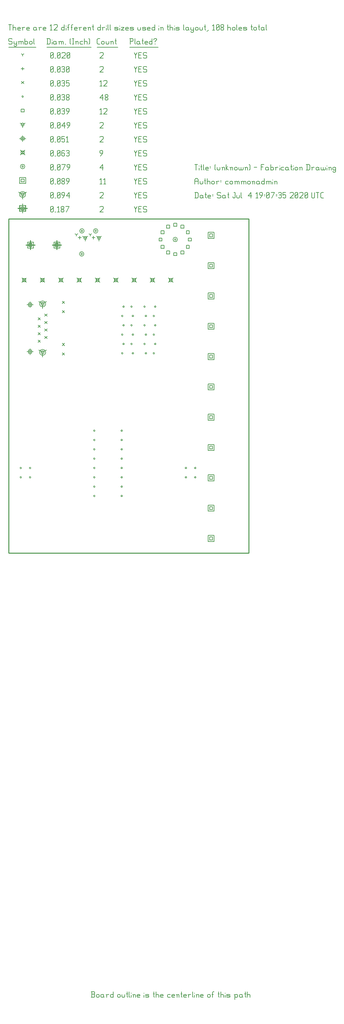
<source format=gbr>
G04 start of page 17 for group -3984 idx -3984 *
G04 Title: (unknown), fab *
G04 Creator: pcb 4.2.0 *
G04 CreationDate: Sat Jul  4 19:07:35 2020 UTC *
G04 For: commonadmin *
G04 Format: Gerber/RS-274X *
G04 PCB-Dimensions (mil): 3500.00 8250.00 *
G04 PCB-Coordinate-Origin: lower left *
%MOIN*%
%FSLAX25Y25*%
%LNFAB*%
%ADD213C,0.0100*%
%ADD212C,0.0075*%
%ADD211C,0.0060*%
%ADD210R,0.0080X0.0080*%
G54D210*X23500Y801800D02*Y792200D01*
X18700Y797000D02*X28300D01*
X21900Y798600D02*X25100D01*
X21900D02*Y795400D01*
X25100D01*
Y798600D02*Y795400D01*
X20300Y800200D02*X26700D01*
X20300D02*Y793800D01*
X26700D01*
Y800200D02*Y793800D01*
X51846Y801800D02*Y792200D01*
X47046Y797000D02*X56646D01*
X50246Y798600D02*X53446D01*
X50246D02*Y795400D01*
X53446D01*
Y798600D02*Y795400D01*
X48646Y800200D02*X55046D01*
X48646D02*Y793800D01*
X55046D01*
Y800200D02*Y793800D01*
X15000Y841050D02*Y831450D01*
X10200Y836250D02*X19800D01*
X13400Y837850D02*X16600D01*
X13400D02*Y834650D01*
X16600D01*
Y837850D02*Y834650D01*
X11800Y839450D02*X18200D01*
X11800D02*Y833050D01*
X18200D01*
Y839450D02*Y833050D01*
G54D211*X135000Y838500D02*X136500Y835500D01*
X138000Y838500D01*
X136500Y835500D02*Y832500D01*
X139800Y835800D02*X142050D01*
X139800Y832500D02*X142800D01*
X139800Y838500D02*Y832500D01*
Y838500D02*X142800D01*
X147600D02*X148350Y837750D01*
X145350Y838500D02*X147600D01*
X144600Y837750D02*X145350Y838500D01*
X144600Y837750D02*Y836250D01*
X145350Y835500D01*
X147600D01*
X148350Y834750D01*
Y833250D01*
X147600Y832500D02*X148350Y833250D01*
X145350Y832500D02*X147600D01*
X144600Y833250D02*X145350Y832500D01*
X98000Y837750D02*X98750Y838500D01*
X101000D01*
X101750Y837750D01*
Y836250D01*
X98000Y832500D02*X101750Y836250D01*
X98000Y832500D02*X101750D01*
X45000Y833250D02*X45750Y832500D01*
X45000Y837750D02*Y833250D01*
Y837750D02*X45750Y838500D01*
X47250D01*
X48000Y837750D01*
Y833250D01*
X47250Y832500D02*X48000Y833250D01*
X45750Y832500D02*X47250D01*
X45000Y834000D02*X48000Y837000D01*
X49800Y832500D02*X50550D01*
X52350Y837300D02*X53550Y838500D01*
Y832500D01*
X52350D02*X54600D01*
X56400Y833250D02*X57150Y832500D01*
X56400Y834450D02*Y833250D01*
Y834450D02*X57450Y835500D01*
X58350D01*
X59400Y834450D01*
Y833250D01*
X58650Y832500D02*X59400Y833250D01*
X57150Y832500D02*X58650D01*
X56400Y836550D02*X57450Y835500D01*
X56400Y837750D02*Y836550D01*
Y837750D02*X57150Y838500D01*
X58650D01*
X59400Y837750D01*
Y836550D01*
X58350Y835500D02*X59400Y836550D01*
X61950Y832500D02*X64950Y838500D01*
X61200D02*X64950D01*
X36500Y682000D02*Y677200D01*
Y682000D02*X40660Y684400D01*
X36500Y682000D02*X32340Y684400D01*
X34900Y682000D02*G75*G03X38100Y682000I1600J0D01*G01*
G75*G03X34900Y682000I-1600J0D01*G01*
X33300D02*G75*G03X39700Y682000I3200J0D01*G01*
G75*G03X33300Y682000I-3200J0D01*G01*
X36500Y733969D02*Y729169D01*
Y733969D02*X40660Y736369D01*
X36500Y733969D02*X32340Y736369D01*
X34900Y733969D02*G75*G03X38100Y733969I1600J0D01*G01*
G75*G03X34900Y733969I-1600J0D01*G01*
X33300D02*G75*G03X39700Y733969I3200J0D01*G01*
G75*G03X33300Y733969I-3200J0D01*G01*
X15000Y851250D02*Y846450D01*
Y851250D02*X19160Y853650D01*
X15000Y851250D02*X10840Y853650D01*
X13400Y851250D02*G75*G03X16600Y851250I1600J0D01*G01*
G75*G03X13400Y851250I-1600J0D01*G01*
X11800D02*G75*G03X18200Y851250I3200J0D01*G01*
G75*G03X11800Y851250I-3200J0D01*G01*
X135000Y853500D02*X136500Y850500D01*
X138000Y853500D01*
X136500Y850500D02*Y847500D01*
X139800Y850800D02*X142050D01*
X139800Y847500D02*X142800D01*
X139800Y853500D02*Y847500D01*
Y853500D02*X142800D01*
X147600D02*X148350Y852750D01*
X145350Y853500D02*X147600D01*
X144600Y852750D02*X145350Y853500D01*
X144600Y852750D02*Y851250D01*
X145350Y850500D01*
X147600D01*
X148350Y849750D01*
Y848250D01*
X147600Y847500D02*X148350Y848250D01*
X145350Y847500D02*X147600D01*
X144600Y848250D02*X145350Y847500D01*
X98000Y852750D02*X98750Y853500D01*
X101000D01*
X101750Y852750D01*
Y851250D01*
X98000Y847500D02*X101750Y851250D01*
X98000Y847500D02*X101750D01*
X45000Y848250D02*X45750Y847500D01*
X45000Y852750D02*Y848250D01*
Y852750D02*X45750Y853500D01*
X47250D01*
X48000Y852750D01*
Y848250D01*
X47250Y847500D02*X48000Y848250D01*
X45750Y847500D02*X47250D01*
X45000Y849000D02*X48000Y852000D01*
X49800Y847500D02*X50550D01*
X52350Y848250D02*X53100Y847500D01*
X52350Y852750D02*Y848250D01*
Y852750D02*X53100Y853500D01*
X54600D01*
X55350Y852750D01*
Y848250D01*
X54600Y847500D02*X55350Y848250D01*
X53100Y847500D02*X54600D01*
X52350Y849000D02*X55350Y852000D01*
X57900Y847500D02*X60150Y850500D01*
Y852750D02*Y850500D01*
X59400Y853500D02*X60150Y852750D01*
X57900Y853500D02*X59400D01*
X57150Y852750D02*X57900Y853500D01*
X57150Y852750D02*Y851250D01*
X57900Y850500D01*
X60150D01*
X61950Y849750D02*X64950Y853500D01*
X61950Y849750D02*X65700D01*
X64950Y853500D02*Y847500D01*
X215900Y484100D02*X219100D01*
X215900D02*Y480900D01*
X219100D01*
Y484100D02*Y480900D01*
X214300Y485700D02*X220700D01*
X214300D02*Y479300D01*
X220700D01*
Y485700D02*Y479300D01*
X215900Y516600D02*X219100D01*
X215900D02*Y513400D01*
X219100D01*
Y516600D02*Y513400D01*
X214300Y518200D02*X220700D01*
X214300D02*Y511800D01*
X220700D01*
Y518200D02*Y511800D01*
X215900Y809100D02*X219100D01*
X215900D02*Y805900D01*
X219100D01*
Y809100D02*Y805900D01*
X214300Y810700D02*X220700D01*
X214300D02*Y804300D01*
X220700D01*
Y810700D02*Y804300D01*
X215900Y776600D02*X219100D01*
X215900D02*Y773400D01*
X219100D01*
Y776600D02*Y773400D01*
X214300Y778200D02*X220700D01*
X214300D02*Y771800D01*
X220700D01*
Y778200D02*Y771800D01*
X215900Y744100D02*X219100D01*
X215900D02*Y740900D01*
X219100D01*
Y744100D02*Y740900D01*
X214300Y745700D02*X220700D01*
X214300D02*Y739300D01*
X220700D01*
Y745700D02*Y739300D01*
X215900Y711600D02*X219100D01*
X215900D02*Y708400D01*
X219100D01*
Y711600D02*Y708400D01*
X214300Y713200D02*X220700D01*
X214300D02*Y706800D01*
X220700D01*
Y713200D02*Y706800D01*
X215900Y679100D02*X219100D01*
X215900D02*Y675900D01*
X219100D01*
Y679100D02*Y675900D01*
X214300Y680700D02*X220700D01*
X214300D02*Y674300D01*
X220700D01*
Y680700D02*Y674300D01*
X215900Y646600D02*X219100D01*
X215900D02*Y643400D01*
X219100D01*
Y646600D02*Y643400D01*
X214300Y648200D02*X220700D01*
X214300D02*Y641800D01*
X220700D01*
Y648200D02*Y641800D01*
X215900Y614100D02*X219100D01*
X215900D02*Y610900D01*
X219100D01*
Y614100D02*Y610900D01*
X214300Y615700D02*X220700D01*
X214300D02*Y609300D01*
X220700D01*
Y615700D02*Y609300D01*
X215900Y581600D02*X219100D01*
X215900D02*Y578400D01*
X219100D01*
Y581600D02*Y578400D01*
X214300Y583200D02*X220700D01*
X214300D02*Y576800D01*
X220700D01*
Y583200D02*Y576800D01*
X215900Y549100D02*X219100D01*
X215900D02*Y545900D01*
X219100D01*
Y549100D02*Y545900D01*
X214300Y550700D02*X220700D01*
X214300D02*Y544300D01*
X220700D01*
Y550700D02*Y544300D01*
X13400Y867850D02*X16600D01*
X13400D02*Y864650D01*
X16600D01*
Y867850D02*Y864650D01*
X11800Y869450D02*X18200D01*
X11800D02*Y863050D01*
X18200D01*
Y869450D02*Y863050D01*
X135000Y868500D02*X136500Y865500D01*
X138000Y868500D01*
X136500Y865500D02*Y862500D01*
X139800Y865800D02*X142050D01*
X139800Y862500D02*X142800D01*
X139800Y868500D02*Y862500D01*
Y868500D02*X142800D01*
X147600D02*X148350Y867750D01*
X145350Y868500D02*X147600D01*
X144600Y867750D02*X145350Y868500D01*
X144600Y867750D02*Y866250D01*
X145350Y865500D01*
X147600D01*
X148350Y864750D01*
Y863250D01*
X147600Y862500D02*X148350Y863250D01*
X145350Y862500D02*X147600D01*
X144600Y863250D02*X145350Y862500D01*
X98000Y867300D02*X99200Y868500D01*
Y862500D01*
X98000D02*X100250D01*
X102050Y867300D02*X103250Y868500D01*
Y862500D01*
X102050D02*X104300D01*
X45000Y863250D02*X45750Y862500D01*
X45000Y867750D02*Y863250D01*
Y867750D02*X45750Y868500D01*
X47250D01*
X48000Y867750D01*
Y863250D01*
X47250Y862500D02*X48000Y863250D01*
X45750Y862500D02*X47250D01*
X45000Y864000D02*X48000Y867000D01*
X49800Y862500D02*X50550D01*
X52350Y863250D02*X53100Y862500D01*
X52350Y867750D02*Y863250D01*
Y867750D02*X53100Y868500D01*
X54600D01*
X55350Y867750D01*
Y863250D01*
X54600Y862500D02*X55350Y863250D01*
X53100Y862500D02*X54600D01*
X52350Y864000D02*X55350Y867000D01*
X57150Y863250D02*X57900Y862500D01*
X57150Y864450D02*Y863250D01*
Y864450D02*X58200Y865500D01*
X59100D01*
X60150Y864450D01*
Y863250D01*
X59400Y862500D02*X60150Y863250D01*
X57900Y862500D02*X59400D01*
X57150Y866550D02*X58200Y865500D01*
X57150Y867750D02*Y866550D01*
Y867750D02*X57900Y868500D01*
X59400D01*
X60150Y867750D01*
Y866550D01*
X59100Y865500D02*X60150Y866550D01*
X62700Y862500D02*X64950Y865500D01*
Y867750D02*Y865500D01*
X64200Y868500D02*X64950Y867750D01*
X62700Y868500D02*X64200D01*
X61950Y867750D02*X62700Y868500D01*
X61950Y867750D02*Y866250D01*
X62700Y865500D01*
X64950D01*
X178200Y803000D02*G75*G03X179800Y803000I800J0D01*G01*
G75*G03X178200Y803000I-800J0D01*G01*
X176600D02*G75*G03X181400Y803000I2400J0D01*G01*
G75*G03X176600Y803000I-2400J0D01*G01*
X77700Y787500D02*G75*G03X79300Y787500I800J0D01*G01*
G75*G03X77700Y787500I-800J0D01*G01*
X76100D02*G75*G03X80900Y787500I2400J0D01*G01*
G75*G03X76100Y787500I-2400J0D01*G01*
X77940Y812205D02*G75*G03X79540Y812205I800J0D01*G01*
G75*G03X77940Y812205I-800J0D01*G01*
X76340D02*G75*G03X81140Y812205I2400J0D01*G01*
G75*G03X76340Y812205I-2400J0D01*G01*
X92704D02*G75*G03X94304Y812205I800J0D01*G01*
G75*G03X92704Y812205I-800J0D01*G01*
X91104D02*G75*G03X95904Y812205I2400J0D01*G01*
G75*G03X91104Y812205I-2400J0D01*G01*
X14200Y881250D02*G75*G03X15800Y881250I800J0D01*G01*
G75*G03X14200Y881250I-800J0D01*G01*
X12600D02*G75*G03X17400Y881250I2400J0D01*G01*
G75*G03X12600Y881250I-2400J0D01*G01*
X135000Y883500D02*X136500Y880500D01*
X138000Y883500D01*
X136500Y880500D02*Y877500D01*
X139800Y880800D02*X142050D01*
X139800Y877500D02*X142800D01*
X139800Y883500D02*Y877500D01*
Y883500D02*X142800D01*
X147600D02*X148350Y882750D01*
X145350Y883500D02*X147600D01*
X144600Y882750D02*X145350Y883500D01*
X144600Y882750D02*Y881250D01*
X145350Y880500D01*
X147600D01*
X148350Y879750D01*
Y878250D01*
X147600Y877500D02*X148350Y878250D01*
X145350Y877500D02*X147600D01*
X144600Y878250D02*X145350Y877500D01*
X98000Y879750D02*X101000Y883500D01*
X98000Y879750D02*X101750D01*
X101000Y883500D02*Y877500D01*
X45000Y878250D02*X45750Y877500D01*
X45000Y882750D02*Y878250D01*
Y882750D02*X45750Y883500D01*
X47250D01*
X48000Y882750D01*
Y878250D01*
X47250Y877500D02*X48000Y878250D01*
X45750Y877500D02*X47250D01*
X45000Y879000D02*X48000Y882000D01*
X49800Y877500D02*X50550D01*
X52350Y878250D02*X53100Y877500D01*
X52350Y882750D02*Y878250D01*
Y882750D02*X53100Y883500D01*
X54600D01*
X55350Y882750D01*
Y878250D01*
X54600Y877500D02*X55350Y878250D01*
X53100Y877500D02*X54600D01*
X52350Y879000D02*X55350Y882000D01*
X57900Y877500D02*X60900Y883500D01*
X57150D02*X60900D01*
X63450Y877500D02*X65700Y880500D01*
Y882750D02*Y880500D01*
X64950Y883500D02*X65700Y882750D01*
X63450Y883500D02*X64950D01*
X62700Y882750D02*X63450Y883500D01*
X62700Y882750D02*Y881250D01*
X63450Y880500D01*
X65700D01*
X14360Y761900D02*X19160Y757100D01*
X14360D02*X19160Y761900D01*
X15160Y761100D02*X18360D01*
X15160D02*Y757900D01*
X18360D01*
Y761100D02*Y757900D01*
X34045Y761900D02*X38845Y757100D01*
X34045D02*X38845Y761900D01*
X34845Y761100D02*X38045D01*
X34845D02*Y757900D01*
X38045D01*
Y761100D02*Y757900D01*
X53730Y761900D02*X58530Y757100D01*
X53730D02*X58530Y761900D01*
X54530Y761100D02*X57730D01*
X54530D02*Y757900D01*
X57730D01*
Y761100D02*Y757900D01*
X73415Y761900D02*X78215Y757100D01*
X73415D02*X78215Y761900D01*
X74215Y761100D02*X77415D01*
X74215D02*Y757900D01*
X77415D01*
Y761100D02*Y757900D01*
X93100Y761900D02*X97900Y757100D01*
X93100D02*X97900Y761900D01*
X93900Y761100D02*X97100D01*
X93900D02*Y757900D01*
X97100D01*
Y761100D02*Y757900D01*
X112785Y761900D02*X117585Y757100D01*
X112785D02*X117585Y761900D01*
X113585Y761100D02*X116785D01*
X113585D02*Y757900D01*
X116785D01*
Y761100D02*Y757900D01*
X132470Y761900D02*X137270Y757100D01*
X132470D02*X137270Y761900D01*
X133270Y761100D02*X136470D01*
X133270D02*Y757900D01*
X136470D01*
Y761100D02*Y757900D01*
X152155Y761900D02*X156955Y757100D01*
X152155D02*X156955Y761900D01*
X152955Y761100D02*X156155D01*
X152955D02*Y757900D01*
X156155D01*
Y761100D02*Y757900D01*
X171840Y761900D02*X176640Y757100D01*
X171840D02*X176640Y761900D01*
X172640Y761100D02*X175840D01*
X172640D02*Y757900D01*
X175840D01*
Y761100D02*Y757900D01*
X12600Y898650D02*X17400Y893850D01*
X12600D02*X17400Y898650D01*
X13400Y897850D02*X16600D01*
X13400D02*Y894650D01*
X16600D01*
Y897850D02*Y894650D01*
X135000Y898500D02*X136500Y895500D01*
X138000Y898500D01*
X136500Y895500D02*Y892500D01*
X139800Y895800D02*X142050D01*
X139800Y892500D02*X142800D01*
X139800Y898500D02*Y892500D01*
Y898500D02*X142800D01*
X147600D02*X148350Y897750D01*
X145350Y898500D02*X147600D01*
X144600Y897750D02*X145350Y898500D01*
X144600Y897750D02*Y896250D01*
X145350Y895500D01*
X147600D01*
X148350Y894750D01*
Y893250D01*
X147600Y892500D02*X148350Y893250D01*
X145350Y892500D02*X147600D01*
X144600Y893250D02*X145350Y892500D01*
X98750D02*X101000Y895500D01*
Y897750D02*Y895500D01*
X100250Y898500D02*X101000Y897750D01*
X98750Y898500D02*X100250D01*
X98000Y897750D02*X98750Y898500D01*
X98000Y897750D02*Y896250D01*
X98750Y895500D01*
X101000D01*
X45000Y893250D02*X45750Y892500D01*
X45000Y897750D02*Y893250D01*
Y897750D02*X45750Y898500D01*
X47250D01*
X48000Y897750D01*
Y893250D01*
X47250Y892500D02*X48000Y893250D01*
X45750Y892500D02*X47250D01*
X45000Y894000D02*X48000Y897000D01*
X49800Y892500D02*X50550D01*
X52350Y893250D02*X53100Y892500D01*
X52350Y897750D02*Y893250D01*
Y897750D02*X53100Y898500D01*
X54600D01*
X55350Y897750D01*
Y893250D01*
X54600Y892500D02*X55350Y893250D01*
X53100Y892500D02*X54600D01*
X52350Y894000D02*X55350Y897000D01*
X59400Y898500D02*X60150Y897750D01*
X57900Y898500D02*X59400D01*
X57150Y897750D02*X57900Y898500D01*
X57150Y897750D02*Y893250D01*
X57900Y892500D01*
X59400Y895800D02*X60150Y895050D01*
X57150Y895800D02*X59400D01*
X57900Y892500D02*X59400D01*
X60150Y893250D01*
Y895050D02*Y893250D01*
X61950Y897750D02*X62700Y898500D01*
X64200D01*
X64950Y897750D01*
X64200Y892500D02*X64950Y893250D01*
X62700Y892500D02*X64200D01*
X61950Y893250D02*X62700Y892500D01*
Y895800D02*X64200D01*
X64950Y897750D02*Y896550D01*
Y895050D02*Y893250D01*
Y895050D02*X64200Y895800D01*
X64950Y896550D02*X64200Y895800D01*
X22996Y736381D02*Y729981D01*
X19796Y733181D02*X26196D01*
X21396Y734781D02*X24596D01*
X21396D02*Y731581D01*
X24596D01*
Y734781D02*Y731581D01*
X22996Y685987D02*Y679587D01*
X19796Y682787D02*X26196D01*
X21396Y684387D02*X24596D01*
X21396D02*Y681187D01*
X24596D01*
Y684387D02*Y681187D01*
X15000Y914450D02*Y908050D01*
X11800Y911250D02*X18200D01*
X13400Y912850D02*X16600D01*
X13400D02*Y909650D01*
X16600D01*
Y912850D02*Y909650D01*
X135000Y913500D02*X136500Y910500D01*
X138000Y913500D01*
X136500Y910500D02*Y907500D01*
X139800Y910800D02*X142050D01*
X139800Y907500D02*X142800D01*
X139800Y913500D02*Y907500D01*
Y913500D02*X142800D01*
X147600D02*X148350Y912750D01*
X145350Y913500D02*X147600D01*
X144600Y912750D02*X145350Y913500D01*
X144600Y912750D02*Y911250D01*
X145350Y910500D01*
X147600D01*
X148350Y909750D01*
Y908250D01*
X147600Y907500D02*X148350Y908250D01*
X145350Y907500D02*X147600D01*
X144600Y908250D02*X145350Y907500D01*
X98000Y912750D02*X98750Y913500D01*
X101000D01*
X101750Y912750D01*
Y911250D01*
X98000Y907500D02*X101750Y911250D01*
X98000Y907500D02*X101750D01*
X45000Y908250D02*X45750Y907500D01*
X45000Y912750D02*Y908250D01*
Y912750D02*X45750Y913500D01*
X47250D01*
X48000Y912750D01*
Y908250D01*
X47250Y907500D02*X48000Y908250D01*
X45750Y907500D02*X47250D01*
X45000Y909000D02*X48000Y912000D01*
X49800Y907500D02*X50550D01*
X52350Y908250D02*X53100Y907500D01*
X52350Y912750D02*Y908250D01*
Y912750D02*X53100Y913500D01*
X54600D01*
X55350Y912750D01*
Y908250D01*
X54600Y907500D02*X55350Y908250D01*
X53100Y907500D02*X54600D01*
X52350Y909000D02*X55350Y912000D01*
X57150Y913500D02*X60150D01*
X57150D02*Y910500D01*
X57900Y911250D01*
X59400D01*
X60150Y910500D01*
Y908250D01*
X59400Y907500D02*X60150Y908250D01*
X57900Y907500D02*X59400D01*
X57150Y908250D02*X57900Y907500D01*
X61950Y912300D02*X63150Y913500D01*
Y907500D01*
X61950D02*X64200D01*
X82283Y804724D02*Y801524D01*
Y804724D02*X85057Y806324D01*
X82283Y804724D02*X79510Y806324D01*
X80683Y804724D02*G75*G03X83883Y804724I1600J0D01*G01*
G75*G03X80683Y804724I-1600J0D01*G01*
X97047D02*Y801524D01*
Y804724D02*X99821Y806324D01*
X97047Y804724D02*X94274Y806324D01*
X95447Y804724D02*G75*G03X98647Y804724I1600J0D01*G01*
G75*G03X95447Y804724I-1600J0D01*G01*
X15000Y926250D02*Y923050D01*
Y926250D02*X17773Y927850D01*
X15000Y926250D02*X12227Y927850D01*
X13400Y926250D02*G75*G03X16600Y926250I1600J0D01*G01*
G75*G03X13400Y926250I-1600J0D01*G01*
X135000Y928500D02*X136500Y925500D01*
X138000Y928500D01*
X136500Y925500D02*Y922500D01*
X139800Y925800D02*X142050D01*
X139800Y922500D02*X142800D01*
X139800Y928500D02*Y922500D01*
Y928500D02*X142800D01*
X147600D02*X148350Y927750D01*
X145350Y928500D02*X147600D01*
X144600Y927750D02*X145350Y928500D01*
X144600Y927750D02*Y926250D01*
X145350Y925500D01*
X147600D01*
X148350Y924750D01*
Y923250D01*
X147600Y922500D02*X148350Y923250D01*
X145350Y922500D02*X147600D01*
X144600Y923250D02*X145350Y922500D01*
X98000Y927750D02*X98750Y928500D01*
X101000D01*
X101750Y927750D01*
Y926250D01*
X98000Y922500D02*X101750Y926250D01*
X98000Y922500D02*X101750D01*
X45000Y923250D02*X45750Y922500D01*
X45000Y927750D02*Y923250D01*
Y927750D02*X45750Y928500D01*
X47250D01*
X48000Y927750D01*
Y923250D01*
X47250Y922500D02*X48000Y923250D01*
X45750Y922500D02*X47250D01*
X45000Y924000D02*X48000Y927000D01*
X49800Y922500D02*X50550D01*
X52350Y923250D02*X53100Y922500D01*
X52350Y927750D02*Y923250D01*
Y927750D02*X53100Y928500D01*
X54600D01*
X55350Y927750D01*
Y923250D01*
X54600Y922500D02*X55350Y923250D01*
X53100Y922500D02*X54600D01*
X52350Y924000D02*X55350Y927000D01*
X57150Y924750D02*X60150Y928500D01*
X57150Y924750D02*X60900D01*
X60150Y928500D02*Y922500D01*
X63450D02*X65700Y925500D01*
Y927750D02*Y925500D01*
X64950Y928500D02*X65700Y927750D01*
X63450Y928500D02*X64950D01*
X62700Y927750D02*X63450Y928500D01*
X62700Y927750D02*Y926250D01*
X63450Y925500D01*
X65700D01*
X193148Y804600D02*X196348D01*
X193148D02*Y801400D01*
X196348D01*
Y804600D02*Y801400D01*
X177400Y820348D02*X180600D01*
X177400D02*Y817148D01*
X180600D01*
Y820348D02*Y817148D01*
X161652Y804600D02*X164852D01*
X161652D02*Y801400D01*
X164852D01*
Y804600D02*Y801400D01*
X177400Y788852D02*X180600D01*
X177400D02*Y785652D01*
X180600D01*
Y788852D02*Y785652D01*
X163817Y796726D02*X167017D01*
X163817D02*Y793526D01*
X167017D01*
Y796726D02*Y793526D01*
X169723Y790820D02*X172923D01*
X169723D02*Y787620D01*
X172923D01*
Y790820D02*Y787620D01*
X190983Y796726D02*X194183D01*
X190983D02*Y793526D01*
X194183D01*
Y796726D02*Y793526D01*
X185077Y790820D02*X188277D01*
X185077D02*Y787620D01*
X188277D01*
Y790820D02*Y787620D01*
X190983Y812474D02*X194183D01*
X190983D02*Y809274D01*
X194183D01*
Y812474D02*Y809274D01*
X163817Y812474D02*X167017D01*
X163817D02*Y809274D01*
X167017D01*
Y812474D02*Y809274D01*
X185077Y818380D02*X188277D01*
X185077D02*Y815180D01*
X188277D01*
Y818380D02*Y815180D01*
X169723Y818380D02*X172923D01*
X169723D02*Y815180D01*
X172923D01*
Y818380D02*Y815180D01*
X13400Y942850D02*X16600D01*
X13400D02*Y939650D01*
X16600D01*
Y942850D02*Y939650D01*
X135000Y943500D02*X136500Y940500D01*
X138000Y943500D01*
X136500Y940500D02*Y937500D01*
X139800Y940800D02*X142050D01*
X139800Y937500D02*X142800D01*
X139800Y943500D02*Y937500D01*
Y943500D02*X142800D01*
X147600D02*X148350Y942750D01*
X145350Y943500D02*X147600D01*
X144600Y942750D02*X145350Y943500D01*
X144600Y942750D02*Y941250D01*
X145350Y940500D01*
X147600D01*
X148350Y939750D01*
Y938250D01*
X147600Y937500D02*X148350Y938250D01*
X145350Y937500D02*X147600D01*
X144600Y938250D02*X145350Y937500D01*
X98000Y942300D02*X99200Y943500D01*
Y937500D01*
X98000D02*X100250D01*
X102050Y942750D02*X102800Y943500D01*
X105050D01*
X105800Y942750D01*
Y941250D01*
X102050Y937500D02*X105800Y941250D01*
X102050Y937500D02*X105800D01*
X45000Y938250D02*X45750Y937500D01*
X45000Y942750D02*Y938250D01*
Y942750D02*X45750Y943500D01*
X47250D01*
X48000Y942750D01*
Y938250D01*
X47250Y937500D02*X48000Y938250D01*
X45750Y937500D02*X47250D01*
X45000Y939000D02*X48000Y942000D01*
X49800Y937500D02*X50550D01*
X52350Y938250D02*X53100Y937500D01*
X52350Y942750D02*Y938250D01*
Y942750D02*X53100Y943500D01*
X54600D01*
X55350Y942750D01*
Y938250D01*
X54600Y937500D02*X55350Y938250D01*
X53100Y937500D02*X54600D01*
X52350Y939000D02*X55350Y942000D01*
X57150Y942750D02*X57900Y943500D01*
X59400D01*
X60150Y942750D01*
X59400Y937500D02*X60150Y938250D01*
X57900Y937500D02*X59400D01*
X57150Y938250D02*X57900Y937500D01*
Y940800D02*X59400D01*
X60150Y942750D02*Y941550D01*
Y940050D02*Y938250D01*
Y940050D02*X59400Y940800D01*
X60150Y941550D02*X59400Y940800D01*
X62700Y937500D02*X64950Y940500D01*
Y942750D02*Y940500D01*
X64200Y943500D02*X64950Y942750D01*
X62700Y943500D02*X64200D01*
X61950Y942750D02*X62700Y943500D01*
X61950Y942750D02*Y941250D01*
X62700Y940500D01*
X64950D01*
X145200Y731000D02*G75*G03X146800Y731000I800J0D01*G01*
G75*G03X145200Y731000I-800J0D01*G01*
X156700D02*G75*G03X158300Y731000I800J0D01*G01*
G75*G03X156700Y731000I-800J0D01*G01*
X155200Y721000D02*G75*G03X156800Y721000I800J0D01*G01*
G75*G03X155200Y721000I-800J0D01*G01*
X146700D02*G75*G03X148300Y721000I800J0D01*G01*
G75*G03X146700Y721000I-800J0D01*G01*
X145200Y711000D02*G75*G03X146800Y711000I800J0D01*G01*
G75*G03X145200Y711000I-800J0D01*G01*
X146700Y701000D02*G75*G03X148300Y701000I800J0D01*G01*
G75*G03X146700Y701000I-800J0D01*G01*
X145200Y691000D02*G75*G03X146800Y691000I800J0D01*G01*
G75*G03X145200Y691000I-800J0D01*G01*
X146700Y681000D02*G75*G03X148300Y681000I800J0D01*G01*
G75*G03X146700Y681000I-800J0D01*G01*
X156700Y711000D02*G75*G03X158300Y711000I800J0D01*G01*
G75*G03X156700Y711000I-800J0D01*G01*
X155200Y701000D02*G75*G03X156800Y701000I800J0D01*G01*
G75*G03X155200Y701000I-800J0D01*G01*
X156700Y691000D02*G75*G03X158300Y691000I800J0D01*G01*
G75*G03X156700Y691000I-800J0D01*G01*
X155200Y681000D02*G75*G03X156800Y681000I800J0D01*G01*
G75*G03X155200Y681000I-800J0D01*G01*
X122700Y731000D02*G75*G03X124300Y731000I800J0D01*G01*
G75*G03X122700Y731000I-800J0D01*G01*
X121200Y721000D02*G75*G03X122800Y721000I800J0D01*G01*
G75*G03X121200Y721000I-800J0D01*G01*
X122700Y711000D02*G75*G03X124300Y711000I800J0D01*G01*
G75*G03X122700Y711000I-800J0D01*G01*
X121200Y701000D02*G75*G03X122800Y701000I800J0D01*G01*
G75*G03X121200Y701000I-800J0D01*G01*
X131200Y731000D02*G75*G03X132800Y731000I800J0D01*G01*
G75*G03X131200Y731000I-800J0D01*G01*
X132700Y721000D02*G75*G03X134300Y721000I800J0D01*G01*
G75*G03X132700Y721000I-800J0D01*G01*
X131200Y711000D02*G75*G03X132800Y711000I800J0D01*G01*
G75*G03X131200Y711000I-800J0D01*G01*
X132700Y701000D02*G75*G03X134300Y701000I800J0D01*G01*
G75*G03X132700Y701000I-800J0D01*G01*
X131200Y691000D02*G75*G03X132800Y691000I800J0D01*G01*
G75*G03X131200Y691000I-800J0D01*G01*
X122700D02*G75*G03X124300Y691000I800J0D01*G01*
G75*G03X122700Y691000I-800J0D01*G01*
X121200Y681000D02*G75*G03X122800Y681000I800J0D01*G01*
G75*G03X121200Y681000I-800J0D01*G01*
X132700D02*G75*G03X134300Y681000I800J0D01*G01*
G75*G03X132700Y681000I-800J0D01*G01*
X91200Y598000D02*G75*G03X92800Y598000I800J0D01*G01*
G75*G03X91200Y598000I-800J0D01*G01*
Y588000D02*G75*G03X92800Y588000I800J0D01*G01*
G75*G03X91200Y588000I-800J0D01*G01*
Y578000D02*G75*G03X92800Y578000I800J0D01*G01*
G75*G03X91200Y578000I-800J0D01*G01*
Y568000D02*G75*G03X92800Y568000I800J0D01*G01*
G75*G03X91200Y568000I-800J0D01*G01*
Y558000D02*G75*G03X92800Y558000I800J0D01*G01*
G75*G03X91200Y558000I-800J0D01*G01*
Y548000D02*G75*G03X92800Y548000I800J0D01*G01*
G75*G03X91200Y548000I-800J0D01*G01*
Y538000D02*G75*G03X92800Y538000I800J0D01*G01*
G75*G03X91200Y538000I-800J0D01*G01*
Y528000D02*G75*G03X92800Y528000I800J0D01*G01*
G75*G03X91200Y528000I-800J0D01*G01*
X120700Y598000D02*G75*G03X122300Y598000I800J0D01*G01*
G75*G03X120700Y598000I-800J0D01*G01*
Y588000D02*G75*G03X122300Y588000I800J0D01*G01*
G75*G03X120700Y588000I-800J0D01*G01*
Y578000D02*G75*G03X122300Y578000I800J0D01*G01*
G75*G03X120700Y578000I-800J0D01*G01*
Y568000D02*G75*G03X122300Y568000I800J0D01*G01*
G75*G03X120700Y568000I-800J0D01*G01*
Y558000D02*G75*G03X122300Y558000I800J0D01*G01*
G75*G03X120700Y558000I-800J0D01*G01*
Y548000D02*G75*G03X122300Y548000I800J0D01*G01*
G75*G03X120700Y548000I-800J0D01*G01*
Y538000D02*G75*G03X122300Y538000I800J0D01*G01*
G75*G03X120700Y538000I-800J0D01*G01*
Y528000D02*G75*G03X122300Y528000I800J0D01*G01*
G75*G03X120700Y528000I-800J0D01*G01*
X12200Y558000D02*G75*G03X13800Y558000I800J0D01*G01*
G75*G03X12200Y558000I-800J0D01*G01*
Y548000D02*G75*G03X13800Y548000I800J0D01*G01*
G75*G03X12200Y548000I-800J0D01*G01*
X22200D02*G75*G03X23800Y548000I800J0D01*G01*
G75*G03X22200Y548000I-800J0D01*G01*
Y558000D02*G75*G03X23800Y558000I800J0D01*G01*
G75*G03X22200Y558000I-800J0D01*G01*
X189700D02*G75*G03X191300Y558000I800J0D01*G01*
G75*G03X189700Y558000I-800J0D01*G01*
Y548000D02*G75*G03X191300Y548000I800J0D01*G01*
G75*G03X189700Y548000I-800J0D01*G01*
X199700D02*G75*G03X201300Y548000I800J0D01*G01*
G75*G03X199700Y548000I-800J0D01*G01*
Y558000D02*G75*G03X201300Y558000I800J0D01*G01*
G75*G03X199700Y558000I-800J0D01*G01*
X14200Y956250D02*G75*G03X15800Y956250I800J0D01*G01*
G75*G03X14200Y956250I-800J0D01*G01*
X135000Y958500D02*X136500Y955500D01*
X138000Y958500D01*
X136500Y955500D02*Y952500D01*
X139800Y955800D02*X142050D01*
X139800Y952500D02*X142800D01*
X139800Y958500D02*Y952500D01*
Y958500D02*X142800D01*
X147600D02*X148350Y957750D01*
X145350Y958500D02*X147600D01*
X144600Y957750D02*X145350Y958500D01*
X144600Y957750D02*Y956250D01*
X145350Y955500D01*
X147600D01*
X148350Y954750D01*
Y953250D01*
X147600Y952500D02*X148350Y953250D01*
X145350Y952500D02*X147600D01*
X144600Y953250D02*X145350Y952500D01*
X98000Y954750D02*X101000Y958500D01*
X98000Y954750D02*X101750D01*
X101000Y958500D02*Y952500D01*
X103550Y953250D02*X104300Y952500D01*
X103550Y954450D02*Y953250D01*
Y954450D02*X104600Y955500D01*
X105500D01*
X106550Y954450D01*
Y953250D01*
X105800Y952500D02*X106550Y953250D01*
X104300Y952500D02*X105800D01*
X103550Y956550D02*X104600Y955500D01*
X103550Y957750D02*Y956550D01*
Y957750D02*X104300Y958500D01*
X105800D01*
X106550Y957750D01*
Y956550D01*
X105500Y955500D02*X106550Y956550D01*
X45000Y953250D02*X45750Y952500D01*
X45000Y957750D02*Y953250D01*
Y957750D02*X45750Y958500D01*
X47250D01*
X48000Y957750D01*
Y953250D01*
X47250Y952500D02*X48000Y953250D01*
X45750Y952500D02*X47250D01*
X45000Y954000D02*X48000Y957000D01*
X49800Y952500D02*X50550D01*
X52350Y953250D02*X53100Y952500D01*
X52350Y957750D02*Y953250D01*
Y957750D02*X53100Y958500D01*
X54600D01*
X55350Y957750D01*
Y953250D01*
X54600Y952500D02*X55350Y953250D01*
X53100Y952500D02*X54600D01*
X52350Y954000D02*X55350Y957000D01*
X57150Y957750D02*X57900Y958500D01*
X59400D01*
X60150Y957750D01*
X59400Y952500D02*X60150Y953250D01*
X57900Y952500D02*X59400D01*
X57150Y953250D02*X57900Y952500D01*
Y955800D02*X59400D01*
X60150Y957750D02*Y956550D01*
Y955050D02*Y953250D01*
Y955050D02*X59400Y955800D01*
X60150Y956550D02*X59400Y955800D01*
X61950Y953250D02*X62700Y952500D01*
X61950Y954450D02*Y953250D01*
Y954450D02*X63000Y955500D01*
X63900D01*
X64950Y954450D01*
Y953250D01*
X64200Y952500D02*X64950Y953250D01*
X62700Y952500D02*X64200D01*
X61950Y956550D02*X63000Y955500D01*
X61950Y957750D02*Y956550D01*
Y957750D02*X62700Y958500D01*
X64200D01*
X64950Y957750D01*
Y956550D01*
X63900Y955500D02*X64950Y956550D01*
X57780Y726704D02*X60180Y724304D01*
X57780D02*X60180Y726704D01*
X57780Y736743D02*X60180Y734343D01*
X57780D02*X60180Y736743D01*
X31757Y711192D02*X34157Y708792D01*
X31757D02*X34157Y711192D01*
X31757Y719224D02*X34157Y716824D01*
X31757D02*X34157Y719224D01*
X31757Y703161D02*X34157Y700761D01*
X31757D02*X34157Y703161D01*
X31757Y695129D02*X34157Y692729D01*
X31757D02*X34157Y695129D01*
X38843Y707176D02*X41243Y704776D01*
X38843D02*X41243Y707176D01*
X38843Y699145D02*X41243Y696745D01*
X38843D02*X41243Y699145D01*
X38843Y715208D02*X41243Y712808D01*
X38843D02*X41243Y715208D01*
X38843Y723239D02*X41243Y720839D01*
X38843D02*X41243Y723239D01*
X57780Y681625D02*X60180Y679225D01*
X57780D02*X60180Y681625D01*
X57780Y691665D02*X60180Y689265D01*
X57780D02*X60180Y691665D01*
X13800Y972450D02*X16200Y970050D01*
X13800D02*X16200Y972450D01*
X135000Y973500D02*X136500Y970500D01*
X138000Y973500D01*
X136500Y970500D02*Y967500D01*
X139800Y970800D02*X142050D01*
X139800Y967500D02*X142800D01*
X139800Y973500D02*Y967500D01*
Y973500D02*X142800D01*
X147600D02*X148350Y972750D01*
X145350Y973500D02*X147600D01*
X144600Y972750D02*X145350Y973500D01*
X144600Y972750D02*Y971250D01*
X145350Y970500D01*
X147600D01*
X148350Y969750D01*
Y968250D01*
X147600Y967500D02*X148350Y968250D01*
X145350Y967500D02*X147600D01*
X144600Y968250D02*X145350Y967500D01*
X98000Y972300D02*X99200Y973500D01*
Y967500D01*
X98000D02*X100250D01*
X102050Y972750D02*X102800Y973500D01*
X105050D01*
X105800Y972750D01*
Y971250D01*
X102050Y967500D02*X105800Y971250D01*
X102050Y967500D02*X105800D01*
X45000Y968250D02*X45750Y967500D01*
X45000Y972750D02*Y968250D01*
Y972750D02*X45750Y973500D01*
X47250D01*
X48000Y972750D01*
Y968250D01*
X47250Y967500D02*X48000Y968250D01*
X45750Y967500D02*X47250D01*
X45000Y969000D02*X48000Y972000D01*
X49800Y967500D02*X50550D01*
X52350Y968250D02*X53100Y967500D01*
X52350Y972750D02*Y968250D01*
Y972750D02*X53100Y973500D01*
X54600D01*
X55350Y972750D01*
Y968250D01*
X54600Y967500D02*X55350Y968250D01*
X53100Y967500D02*X54600D01*
X52350Y969000D02*X55350Y972000D01*
X57150Y972750D02*X57900Y973500D01*
X59400D01*
X60150Y972750D01*
X59400Y967500D02*X60150Y968250D01*
X57900Y967500D02*X59400D01*
X57150Y968250D02*X57900Y967500D01*
Y970800D02*X59400D01*
X60150Y972750D02*Y971550D01*
Y970050D02*Y968250D01*
Y970050D02*X59400Y970800D01*
X60150Y971550D02*X59400Y970800D01*
X61950Y973500D02*X64950D01*
X61950D02*Y970500D01*
X62700Y971250D01*
X64200D01*
X64950Y970500D01*
Y968250D01*
X64200Y967500D02*X64950Y968250D01*
X62700Y967500D02*X64200D01*
X61950Y968250D02*X62700Y967500D01*
X76378Y806718D02*Y803518D01*
X74778Y805118D02*X77978D01*
X91142Y806718D02*Y803518D01*
X89542Y805118D02*X92742D01*
X15000Y987850D02*Y984650D01*
X13400Y986250D02*X16600D01*
X135000Y988500D02*X136500Y985500D01*
X138000Y988500D01*
X136500Y985500D02*Y982500D01*
X139800Y985800D02*X142050D01*
X139800Y982500D02*X142800D01*
X139800Y988500D02*Y982500D01*
Y988500D02*X142800D01*
X147600D02*X148350Y987750D01*
X145350Y988500D02*X147600D01*
X144600Y987750D02*X145350Y988500D01*
X144600Y987750D02*Y986250D01*
X145350Y985500D01*
X147600D01*
X148350Y984750D01*
Y983250D01*
X147600Y982500D02*X148350Y983250D01*
X145350Y982500D02*X147600D01*
X144600Y983250D02*X145350Y982500D01*
X98000Y987750D02*X98750Y988500D01*
X101000D01*
X101750Y987750D01*
Y986250D01*
X98000Y982500D02*X101750Y986250D01*
X98000Y982500D02*X101750D01*
X45000Y983250D02*X45750Y982500D01*
X45000Y987750D02*Y983250D01*
Y987750D02*X45750Y988500D01*
X47250D01*
X48000Y987750D01*
Y983250D01*
X47250Y982500D02*X48000Y983250D01*
X45750Y982500D02*X47250D01*
X45000Y984000D02*X48000Y987000D01*
X49800Y982500D02*X50550D01*
X52350Y983250D02*X53100Y982500D01*
X52350Y987750D02*Y983250D01*
Y987750D02*X53100Y988500D01*
X54600D01*
X55350Y987750D01*
Y983250D01*
X54600Y982500D02*X55350Y983250D01*
X53100Y982500D02*X54600D01*
X52350Y984000D02*X55350Y987000D01*
X57150Y987750D02*X57900Y988500D01*
X59400D01*
X60150Y987750D01*
X59400Y982500D02*X60150Y983250D01*
X57900Y982500D02*X59400D01*
X57150Y983250D02*X57900Y982500D01*
Y985800D02*X59400D01*
X60150Y987750D02*Y986550D01*
Y985050D02*Y983250D01*
Y985050D02*X59400Y985800D01*
X60150Y986550D02*X59400Y985800D01*
X61950Y983250D02*X62700Y982500D01*
X61950Y987750D02*Y983250D01*
Y987750D02*X62700Y988500D01*
X64200D01*
X64950Y987750D01*
Y983250D01*
X64200Y982500D02*X64950Y983250D01*
X62700Y982500D02*X64200D01*
X61950Y984000D02*X64950Y987000D01*
X72835Y808268D02*Y806668D01*
Y808268D02*X74221Y809068D01*
X72835Y808268D02*X71448Y809068D01*
X87598Y808268D02*Y806668D01*
Y808268D02*X88985Y809068D01*
X87598Y808268D02*X86212Y809068D01*
X15000Y1001250D02*Y999650D01*
Y1001250D02*X16387Y1002050D01*
X15000Y1001250D02*X13613Y1002050D01*
X135000Y1003500D02*X136500Y1000500D01*
X138000Y1003500D01*
X136500Y1000500D02*Y997500D01*
X139800Y1000800D02*X142050D01*
X139800Y997500D02*X142800D01*
X139800Y1003500D02*Y997500D01*
Y1003500D02*X142800D01*
X147600D02*X148350Y1002750D01*
X145350Y1003500D02*X147600D01*
X144600Y1002750D02*X145350Y1003500D01*
X144600Y1002750D02*Y1001250D01*
X145350Y1000500D01*
X147600D01*
X148350Y999750D01*
Y998250D01*
X147600Y997500D02*X148350Y998250D01*
X145350Y997500D02*X147600D01*
X144600Y998250D02*X145350Y997500D01*
X98000Y1002750D02*X98750Y1003500D01*
X101000D01*
X101750Y1002750D01*
Y1001250D01*
X98000Y997500D02*X101750Y1001250D01*
X98000Y997500D02*X101750D01*
X45000Y998250D02*X45750Y997500D01*
X45000Y1002750D02*Y998250D01*
Y1002750D02*X45750Y1003500D01*
X47250D01*
X48000Y1002750D01*
Y998250D01*
X47250Y997500D02*X48000Y998250D01*
X45750Y997500D02*X47250D01*
X45000Y999000D02*X48000Y1002000D01*
X49800Y997500D02*X50550D01*
X52350Y998250D02*X53100Y997500D01*
X52350Y1002750D02*Y998250D01*
Y1002750D02*X53100Y1003500D01*
X54600D01*
X55350Y1002750D01*
Y998250D01*
X54600Y997500D02*X55350Y998250D01*
X53100Y997500D02*X54600D01*
X52350Y999000D02*X55350Y1002000D01*
X57150Y1002750D02*X57900Y1003500D01*
X60150D01*
X60900Y1002750D01*
Y1001250D01*
X57150Y997500D02*X60900Y1001250D01*
X57150Y997500D02*X60900D01*
X62700Y998250D02*X63450Y997500D01*
X62700Y1002750D02*Y998250D01*
Y1002750D02*X63450Y1003500D01*
X64950D01*
X65700Y1002750D01*
Y998250D01*
X64950Y997500D02*X65700Y998250D01*
X63450Y997500D02*X64950D01*
X62700Y999000D02*X65700Y1002000D01*
X3000Y1018500D02*X3750Y1017750D01*
X750Y1018500D02*X3000D01*
X0Y1017750D02*X750Y1018500D01*
X0Y1017750D02*Y1016250D01*
X750Y1015500D01*
X3000D01*
X3750Y1014750D01*
Y1013250D01*
X3000Y1012500D02*X3750Y1013250D01*
X750Y1012500D02*X3000D01*
X0Y1013250D02*X750Y1012500D01*
X5550Y1015500D02*Y1013250D01*
X6300Y1012500D01*
X8550Y1015500D02*Y1011000D01*
X7800Y1010250D02*X8550Y1011000D01*
X6300Y1010250D02*X7800D01*
X5550Y1011000D02*X6300Y1010250D01*
Y1012500D02*X7800D01*
X8550Y1013250D01*
X11100Y1014750D02*Y1012500D01*
Y1014750D02*X11850Y1015500D01*
X12600D01*
X13350Y1014750D01*
Y1012500D01*
Y1014750D02*X14100Y1015500D01*
X14850D01*
X15600Y1014750D01*
Y1012500D01*
X10350Y1015500D02*X11100Y1014750D01*
X17400Y1018500D02*Y1012500D01*
Y1013250D02*X18150Y1012500D01*
X19650D01*
X20400Y1013250D01*
Y1014750D02*Y1013250D01*
X19650Y1015500D02*X20400Y1014750D01*
X18150Y1015500D02*X19650D01*
X17400Y1014750D02*X18150Y1015500D01*
X22200Y1014750D02*Y1013250D01*
Y1014750D02*X22950Y1015500D01*
X24450D01*
X25200Y1014750D01*
Y1013250D01*
X24450Y1012500D02*X25200Y1013250D01*
X22950Y1012500D02*X24450D01*
X22200Y1013250D02*X22950Y1012500D01*
X27000Y1018500D02*Y1013250D01*
X27750Y1012500D01*
X0Y1009250D02*X29250D01*
X41750Y1018500D02*Y1012500D01*
X43700Y1018500D02*X44750Y1017450D01*
Y1013550D01*
X43700Y1012500D02*X44750Y1013550D01*
X41000Y1012500D02*X43700D01*
X41000Y1018500D02*X43700D01*
G54D212*X46550Y1017000D02*Y1016850D01*
G54D211*Y1014750D02*Y1012500D01*
X50300Y1015500D02*X51050Y1014750D01*
X48800Y1015500D02*X50300D01*
X48050Y1014750D02*X48800Y1015500D01*
X48050Y1014750D02*Y1013250D01*
X48800Y1012500D01*
X51050Y1015500D02*Y1013250D01*
X51800Y1012500D01*
X48800D02*X50300D01*
X51050Y1013250D01*
X54350Y1014750D02*Y1012500D01*
Y1014750D02*X55100Y1015500D01*
X55850D01*
X56600Y1014750D01*
Y1012500D01*
Y1014750D02*X57350Y1015500D01*
X58100D01*
X58850Y1014750D01*
Y1012500D01*
X53600Y1015500D02*X54350Y1014750D01*
X60650Y1012500D02*X61400D01*
X65900Y1013250D02*X66650Y1012500D01*
X65900Y1017750D02*X66650Y1018500D01*
X65900Y1017750D02*Y1013250D01*
X68450Y1018500D02*X69950D01*
X69200D02*Y1012500D01*
X68450D02*X69950D01*
X72500Y1014750D02*Y1012500D01*
Y1014750D02*X73250Y1015500D01*
X74000D01*
X74750Y1014750D01*
Y1012500D01*
X71750Y1015500D02*X72500Y1014750D01*
X77300Y1015500D02*X79550D01*
X76550Y1014750D02*X77300Y1015500D01*
X76550Y1014750D02*Y1013250D01*
X77300Y1012500D01*
X79550D01*
X81350Y1018500D02*Y1012500D01*
Y1014750D02*X82100Y1015500D01*
X83600D01*
X84350Y1014750D01*
Y1012500D01*
X86150Y1018500D02*X86900Y1017750D01*
Y1013250D01*
X86150Y1012500D02*X86900Y1013250D01*
X41000Y1009250D02*X88700D01*
X96050Y1012500D02*X98000D01*
X95000Y1013550D02*X96050Y1012500D01*
X95000Y1017450D02*Y1013550D01*
Y1017450D02*X96050Y1018500D01*
X98000D01*
X99800Y1014750D02*Y1013250D01*
Y1014750D02*X100550Y1015500D01*
X102050D01*
X102800Y1014750D01*
Y1013250D01*
X102050Y1012500D02*X102800Y1013250D01*
X100550Y1012500D02*X102050D01*
X99800Y1013250D02*X100550Y1012500D01*
X104600Y1015500D02*Y1013250D01*
X105350Y1012500D01*
X106850D01*
X107600Y1013250D01*
Y1015500D02*Y1013250D01*
X110150Y1014750D02*Y1012500D01*
Y1014750D02*X110900Y1015500D01*
X111650D01*
X112400Y1014750D01*
Y1012500D01*
X109400Y1015500D02*X110150Y1014750D01*
X114950Y1018500D02*Y1013250D01*
X115700Y1012500D01*
X114200Y1016250D02*X115700D01*
X95000Y1009250D02*X117200D01*
X130750Y1018500D02*Y1012500D01*
X130000Y1018500D02*X133000D01*
X133750Y1017750D01*
Y1016250D01*
X133000Y1015500D02*X133750Y1016250D01*
X130750Y1015500D02*X133000D01*
X135550Y1018500D02*Y1013250D01*
X136300Y1012500D01*
X140050Y1015500D02*X140800Y1014750D01*
X138550Y1015500D02*X140050D01*
X137800Y1014750D02*X138550Y1015500D01*
X137800Y1014750D02*Y1013250D01*
X138550Y1012500D01*
X140800Y1015500D02*Y1013250D01*
X141550Y1012500D01*
X138550D02*X140050D01*
X140800Y1013250D01*
X144100Y1018500D02*Y1013250D01*
X144850Y1012500D01*
X143350Y1016250D02*X144850D01*
X147100Y1012500D02*X149350D01*
X146350Y1013250D02*X147100Y1012500D01*
X146350Y1014750D02*Y1013250D01*
Y1014750D02*X147100Y1015500D01*
X148600D01*
X149350Y1014750D01*
X146350Y1014000D02*X149350D01*
Y1014750D02*Y1014000D01*
X154150Y1018500D02*Y1012500D01*
X153400D02*X154150Y1013250D01*
X151900Y1012500D02*X153400D01*
X151150Y1013250D02*X151900Y1012500D01*
X151150Y1014750D02*Y1013250D01*
Y1014750D02*X151900Y1015500D01*
X153400D01*
X154150Y1014750D01*
X157450Y1015500D02*Y1014750D01*
Y1013250D02*Y1012500D01*
X155950Y1017750D02*Y1017000D01*
Y1017750D02*X156700Y1018500D01*
X158200D01*
X158950Y1017750D01*
Y1017000D01*
X157450Y1015500D02*X158950Y1017000D01*
X130000Y1009250D02*X160750D01*
X0Y1033500D02*X3000D01*
X1500D02*Y1027500D01*
X4800Y1033500D02*Y1027500D01*
Y1029750D02*X5550Y1030500D01*
X7050D01*
X7800Y1029750D01*
Y1027500D01*
X10350D02*X12600D01*
X9600Y1028250D02*X10350Y1027500D01*
X9600Y1029750D02*Y1028250D01*
Y1029750D02*X10350Y1030500D01*
X11850D01*
X12600Y1029750D01*
X9600Y1029000D02*X12600D01*
Y1029750D02*Y1029000D01*
X15150Y1029750D02*Y1027500D01*
Y1029750D02*X15900Y1030500D01*
X17400D01*
X14400D02*X15150Y1029750D01*
X19950Y1027500D02*X22200D01*
X19200Y1028250D02*X19950Y1027500D01*
X19200Y1029750D02*Y1028250D01*
Y1029750D02*X19950Y1030500D01*
X21450D01*
X22200Y1029750D01*
X19200Y1029000D02*X22200D01*
Y1029750D02*Y1029000D01*
X28950Y1030500D02*X29700Y1029750D01*
X27450Y1030500D02*X28950D01*
X26700Y1029750D02*X27450Y1030500D01*
X26700Y1029750D02*Y1028250D01*
X27450Y1027500D01*
X29700Y1030500D02*Y1028250D01*
X30450Y1027500D01*
X27450D02*X28950D01*
X29700Y1028250D01*
X33000Y1029750D02*Y1027500D01*
Y1029750D02*X33750Y1030500D01*
X35250D01*
X32250D02*X33000Y1029750D01*
X37800Y1027500D02*X40050D01*
X37050Y1028250D02*X37800Y1027500D01*
X37050Y1029750D02*Y1028250D01*
Y1029750D02*X37800Y1030500D01*
X39300D01*
X40050Y1029750D01*
X37050Y1029000D02*X40050D01*
Y1029750D02*Y1029000D01*
X44550Y1032300D02*X45750Y1033500D01*
Y1027500D01*
X44550D02*X46800D01*
X48600Y1032750D02*X49350Y1033500D01*
X51600D01*
X52350Y1032750D01*
Y1031250D01*
X48600Y1027500D02*X52350Y1031250D01*
X48600Y1027500D02*X52350D01*
X59850Y1033500D02*Y1027500D01*
X59100D02*X59850Y1028250D01*
X57600Y1027500D02*X59100D01*
X56850Y1028250D02*X57600Y1027500D01*
X56850Y1029750D02*Y1028250D01*
Y1029750D02*X57600Y1030500D01*
X59100D01*
X59850Y1029750D01*
G54D212*X61650Y1032000D02*Y1031850D01*
G54D211*Y1029750D02*Y1027500D01*
X63900Y1032750D02*Y1027500D01*
Y1032750D02*X64650Y1033500D01*
X65400D01*
X63150Y1030500D02*X64650D01*
X67650Y1032750D02*Y1027500D01*
Y1032750D02*X68400Y1033500D01*
X69150D01*
X66900Y1030500D02*X68400D01*
X71400Y1027500D02*X73650D01*
X70650Y1028250D02*X71400Y1027500D01*
X70650Y1029750D02*Y1028250D01*
Y1029750D02*X71400Y1030500D01*
X72900D01*
X73650Y1029750D01*
X70650Y1029000D02*X73650D01*
Y1029750D02*Y1029000D01*
X76200Y1029750D02*Y1027500D01*
Y1029750D02*X76950Y1030500D01*
X78450D01*
X75450D02*X76200Y1029750D01*
X81000Y1027500D02*X83250D01*
X80250Y1028250D02*X81000Y1027500D01*
X80250Y1029750D02*Y1028250D01*
Y1029750D02*X81000Y1030500D01*
X82500D01*
X83250Y1029750D01*
X80250Y1029000D02*X83250D01*
Y1029750D02*Y1029000D01*
X85800Y1029750D02*Y1027500D01*
Y1029750D02*X86550Y1030500D01*
X87300D01*
X88050Y1029750D01*
Y1027500D01*
X85050Y1030500D02*X85800Y1029750D01*
X90600Y1033500D02*Y1028250D01*
X91350Y1027500D01*
X89850Y1031250D02*X91350D01*
X98550Y1033500D02*Y1027500D01*
X97800D02*X98550Y1028250D01*
X96300Y1027500D02*X97800D01*
X95550Y1028250D02*X96300Y1027500D01*
X95550Y1029750D02*Y1028250D01*
Y1029750D02*X96300Y1030500D01*
X97800D01*
X98550Y1029750D01*
X101100D02*Y1027500D01*
Y1029750D02*X101850Y1030500D01*
X103350D01*
X100350D02*X101100Y1029750D01*
G54D212*X105150Y1032000D02*Y1031850D01*
G54D211*Y1029750D02*Y1027500D01*
X106650Y1033500D02*Y1028250D01*
X107400Y1027500D01*
X108900Y1033500D02*Y1028250D01*
X109650Y1027500D01*
X114600D02*X116850D01*
X117600Y1028250D01*
X116850Y1029000D02*X117600Y1028250D01*
X114600Y1029000D02*X116850D01*
X113850Y1029750D02*X114600Y1029000D01*
X113850Y1029750D02*X114600Y1030500D01*
X116850D01*
X117600Y1029750D01*
X113850Y1028250D02*X114600Y1027500D01*
G54D212*X119400Y1032000D02*Y1031850D01*
G54D211*Y1029750D02*Y1027500D01*
X120900Y1030500D02*X123900D01*
X120900Y1027500D02*X123900Y1030500D01*
X120900Y1027500D02*X123900D01*
X126450D02*X128700D01*
X125700Y1028250D02*X126450Y1027500D01*
X125700Y1029750D02*Y1028250D01*
Y1029750D02*X126450Y1030500D01*
X127950D01*
X128700Y1029750D01*
X125700Y1029000D02*X128700D01*
Y1029750D02*Y1029000D01*
X131250Y1027500D02*X133500D01*
X134250Y1028250D01*
X133500Y1029000D02*X134250Y1028250D01*
X131250Y1029000D02*X133500D01*
X130500Y1029750D02*X131250Y1029000D01*
X130500Y1029750D02*X131250Y1030500D01*
X133500D01*
X134250Y1029750D01*
X130500Y1028250D02*X131250Y1027500D01*
X138750Y1030500D02*Y1028250D01*
X139500Y1027500D01*
X141000D01*
X141750Y1028250D01*
Y1030500D02*Y1028250D01*
X144300Y1027500D02*X146550D01*
X147300Y1028250D01*
X146550Y1029000D02*X147300Y1028250D01*
X144300Y1029000D02*X146550D01*
X143550Y1029750D02*X144300Y1029000D01*
X143550Y1029750D02*X144300Y1030500D01*
X146550D01*
X147300Y1029750D01*
X143550Y1028250D02*X144300Y1027500D01*
X149850D02*X152100D01*
X149100Y1028250D02*X149850Y1027500D01*
X149100Y1029750D02*Y1028250D01*
Y1029750D02*X149850Y1030500D01*
X151350D01*
X152100Y1029750D01*
X149100Y1029000D02*X152100D01*
Y1029750D02*Y1029000D01*
X156900Y1033500D02*Y1027500D01*
X156150D02*X156900Y1028250D01*
X154650Y1027500D02*X156150D01*
X153900Y1028250D02*X154650Y1027500D01*
X153900Y1029750D02*Y1028250D01*
Y1029750D02*X154650Y1030500D01*
X156150D01*
X156900Y1029750D01*
G54D212*X161400Y1032000D02*Y1031850D01*
G54D211*Y1029750D02*Y1027500D01*
X163650Y1029750D02*Y1027500D01*
Y1029750D02*X164400Y1030500D01*
X165150D01*
X165900Y1029750D01*
Y1027500D01*
X162900Y1030500D02*X163650Y1029750D01*
X171150Y1033500D02*Y1028250D01*
X171900Y1027500D01*
X170400Y1031250D02*X171900D01*
X173400Y1033500D02*Y1027500D01*
Y1029750D02*X174150Y1030500D01*
X175650D01*
X176400Y1029750D01*
Y1027500D01*
G54D212*X178200Y1032000D02*Y1031850D01*
G54D211*Y1029750D02*Y1027500D01*
X180450D02*X182700D01*
X183450Y1028250D01*
X182700Y1029000D02*X183450Y1028250D01*
X180450Y1029000D02*X182700D01*
X179700Y1029750D02*X180450Y1029000D01*
X179700Y1029750D02*X180450Y1030500D01*
X182700D01*
X183450Y1029750D01*
X179700Y1028250D02*X180450Y1027500D01*
X187950Y1033500D02*Y1028250D01*
X188700Y1027500D01*
X192450Y1030500D02*X193200Y1029750D01*
X190950Y1030500D02*X192450D01*
X190200Y1029750D02*X190950Y1030500D01*
X190200Y1029750D02*Y1028250D01*
X190950Y1027500D01*
X193200Y1030500D02*Y1028250D01*
X193950Y1027500D01*
X190950D02*X192450D01*
X193200Y1028250D01*
X195750Y1030500D02*Y1028250D01*
X196500Y1027500D01*
X198750Y1030500D02*Y1026000D01*
X198000Y1025250D02*X198750Y1026000D01*
X196500Y1025250D02*X198000D01*
X195750Y1026000D02*X196500Y1025250D01*
Y1027500D02*X198000D01*
X198750Y1028250D01*
X200550Y1029750D02*Y1028250D01*
Y1029750D02*X201300Y1030500D01*
X202800D01*
X203550Y1029750D01*
Y1028250D01*
X202800Y1027500D02*X203550Y1028250D01*
X201300Y1027500D02*X202800D01*
X200550Y1028250D02*X201300Y1027500D01*
X205350Y1030500D02*Y1028250D01*
X206100Y1027500D01*
X207600D01*
X208350Y1028250D01*
Y1030500D02*Y1028250D01*
X210900Y1033500D02*Y1028250D01*
X211650Y1027500D01*
X210150Y1031250D02*X211650D01*
X213150Y1026000D02*X214650Y1027500D01*
X219150Y1032300D02*X220350Y1033500D01*
Y1027500D01*
X219150D02*X221400D01*
X223200Y1028250D02*X223950Y1027500D01*
X223200Y1032750D02*Y1028250D01*
Y1032750D02*X223950Y1033500D01*
X225450D01*
X226200Y1032750D01*
Y1028250D01*
X225450Y1027500D02*X226200Y1028250D01*
X223950Y1027500D02*X225450D01*
X223200Y1029000D02*X226200Y1032000D01*
X228000Y1028250D02*X228750Y1027500D01*
X228000Y1029450D02*Y1028250D01*
Y1029450D02*X229050Y1030500D01*
X229950D01*
X231000Y1029450D01*
Y1028250D01*
X230250Y1027500D02*X231000Y1028250D01*
X228750Y1027500D02*X230250D01*
X228000Y1031550D02*X229050Y1030500D01*
X228000Y1032750D02*Y1031550D01*
Y1032750D02*X228750Y1033500D01*
X230250D01*
X231000Y1032750D01*
Y1031550D01*
X229950Y1030500D02*X231000Y1031550D01*
X235500Y1033500D02*Y1027500D01*
Y1029750D02*X236250Y1030500D01*
X237750D01*
X238500Y1029750D01*
Y1027500D01*
X240300Y1029750D02*Y1028250D01*
Y1029750D02*X241050Y1030500D01*
X242550D01*
X243300Y1029750D01*
Y1028250D01*
X242550Y1027500D02*X243300Y1028250D01*
X241050Y1027500D02*X242550D01*
X240300Y1028250D02*X241050Y1027500D01*
X245100Y1033500D02*Y1028250D01*
X245850Y1027500D01*
X248100D02*X250350D01*
X247350Y1028250D02*X248100Y1027500D01*
X247350Y1029750D02*Y1028250D01*
Y1029750D02*X248100Y1030500D01*
X249600D01*
X250350Y1029750D01*
X247350Y1029000D02*X250350D01*
Y1029750D02*Y1029000D01*
X252900Y1027500D02*X255150D01*
X255900Y1028250D01*
X255150Y1029000D02*X255900Y1028250D01*
X252900Y1029000D02*X255150D01*
X252150Y1029750D02*X252900Y1029000D01*
X252150Y1029750D02*X252900Y1030500D01*
X255150D01*
X255900Y1029750D01*
X252150Y1028250D02*X252900Y1027500D01*
X261150Y1033500D02*Y1028250D01*
X261900Y1027500D01*
X260400Y1031250D02*X261900D01*
X263400Y1029750D02*Y1028250D01*
Y1029750D02*X264150Y1030500D01*
X265650D01*
X266400Y1029750D01*
Y1028250D01*
X265650Y1027500D02*X266400Y1028250D01*
X264150Y1027500D02*X265650D01*
X263400Y1028250D02*X264150Y1027500D01*
X268950Y1033500D02*Y1028250D01*
X269700Y1027500D01*
X268200Y1031250D02*X269700D01*
X273450Y1030500D02*X274200Y1029750D01*
X271950Y1030500D02*X273450D01*
X271200Y1029750D02*X271950Y1030500D01*
X271200Y1029750D02*Y1028250D01*
X271950Y1027500D01*
X274200Y1030500D02*Y1028250D01*
X274950Y1027500D01*
X271950D02*X273450D01*
X274200Y1028250D01*
X276750Y1033500D02*Y1028250D01*
X277500Y1027500D01*
G54D213*X0Y825000D02*X257874D01*
Y466732D01*
X0D01*
Y825000D01*
G54D211*X88675Y-9500D02*X91675D01*
X92425Y-8750D01*
Y-6950D02*Y-8750D01*
X91675Y-6200D02*X92425Y-6950D01*
X89425Y-6200D02*X91675D01*
X89425Y-3500D02*Y-9500D01*
X88675Y-3500D02*X91675D01*
X92425Y-4250D01*
Y-5450D01*
X91675Y-6200D02*X92425Y-5450D01*
X94225Y-7250D02*Y-8750D01*
Y-7250D02*X94975Y-6500D01*
X96475D01*
X97225Y-7250D01*
Y-8750D01*
X96475Y-9500D02*X97225Y-8750D01*
X94975Y-9500D02*X96475D01*
X94225Y-8750D02*X94975Y-9500D01*
X101275Y-6500D02*X102025Y-7250D01*
X99775Y-6500D02*X101275D01*
X99025Y-7250D02*X99775Y-6500D01*
X99025Y-7250D02*Y-8750D01*
X99775Y-9500D01*
X102025Y-6500D02*Y-8750D01*
X102775Y-9500D01*
X99775D02*X101275D01*
X102025Y-8750D01*
X105325Y-7250D02*Y-9500D01*
Y-7250D02*X106075Y-6500D01*
X107575D01*
X104575D02*X105325Y-7250D01*
X112375Y-3500D02*Y-9500D01*
X111625D02*X112375Y-8750D01*
X110125Y-9500D02*X111625D01*
X109375Y-8750D02*X110125Y-9500D01*
X109375Y-7250D02*Y-8750D01*
Y-7250D02*X110125Y-6500D01*
X111625D01*
X112375Y-7250D01*
X116875D02*Y-8750D01*
Y-7250D02*X117625Y-6500D01*
X119125D01*
X119875Y-7250D01*
Y-8750D01*
X119125Y-9500D02*X119875Y-8750D01*
X117625Y-9500D02*X119125D01*
X116875Y-8750D02*X117625Y-9500D01*
X121675Y-6500D02*Y-8750D01*
X122425Y-9500D01*
X123925D01*
X124675Y-8750D01*
Y-6500D02*Y-8750D01*
X127225Y-3500D02*Y-8750D01*
X127975Y-9500D01*
X126475Y-5750D02*X127975D01*
X129475Y-3500D02*Y-8750D01*
X130225Y-9500D01*
G54D212*X131725Y-5000D02*Y-5150D01*
G54D211*Y-7250D02*Y-9500D01*
X133975Y-7250D02*Y-9500D01*
Y-7250D02*X134725Y-6500D01*
X135475D01*
X136225Y-7250D01*
Y-9500D01*
X133225Y-6500D02*X133975Y-7250D01*
X138775Y-9500D02*X141025D01*
X138025Y-8750D02*X138775Y-9500D01*
X138025Y-7250D02*Y-8750D01*
Y-7250D02*X138775Y-6500D01*
X140275D01*
X141025Y-7250D01*
X138025Y-8000D02*X141025D01*
Y-7250D02*Y-8000D01*
G54D212*X145525Y-5000D02*Y-5150D01*
G54D211*Y-7250D02*Y-9500D01*
X147775D02*X150025D01*
X150775Y-8750D01*
X150025Y-8000D02*X150775Y-8750D01*
X147775Y-8000D02*X150025D01*
X147025Y-7250D02*X147775Y-8000D01*
X147025Y-7250D02*X147775Y-6500D01*
X150025D01*
X150775Y-7250D01*
X147025Y-8750D02*X147775Y-9500D01*
X156025Y-3500D02*Y-8750D01*
X156775Y-9500D01*
X155275Y-5750D02*X156775D01*
X158275Y-3500D02*Y-9500D01*
Y-7250D02*X159025Y-6500D01*
X160525D01*
X161275Y-7250D01*
Y-9500D01*
X163825D02*X166075D01*
X163075Y-8750D02*X163825Y-9500D01*
X163075Y-7250D02*Y-8750D01*
Y-7250D02*X163825Y-6500D01*
X165325D01*
X166075Y-7250D01*
X163075Y-8000D02*X166075D01*
Y-7250D02*Y-8000D01*
X171325Y-6500D02*X173575D01*
X170575Y-7250D02*X171325Y-6500D01*
X170575Y-7250D02*Y-8750D01*
X171325Y-9500D01*
X173575D01*
X176125D02*X178375D01*
X175375Y-8750D02*X176125Y-9500D01*
X175375Y-7250D02*Y-8750D01*
Y-7250D02*X176125Y-6500D01*
X177625D01*
X178375Y-7250D01*
X175375Y-8000D02*X178375D01*
Y-7250D02*Y-8000D01*
X180925Y-7250D02*Y-9500D01*
Y-7250D02*X181675Y-6500D01*
X182425D01*
X183175Y-7250D01*
Y-9500D01*
X180175Y-6500D02*X180925Y-7250D01*
X185725Y-3500D02*Y-8750D01*
X186475Y-9500D01*
X184975Y-5750D02*X186475D01*
X188725Y-9500D02*X190975D01*
X187975Y-8750D02*X188725Y-9500D01*
X187975Y-7250D02*Y-8750D01*
Y-7250D02*X188725Y-6500D01*
X190225D01*
X190975Y-7250D01*
X187975Y-8000D02*X190975D01*
Y-7250D02*Y-8000D01*
X193525Y-7250D02*Y-9500D01*
Y-7250D02*X194275Y-6500D01*
X195775D01*
X192775D02*X193525Y-7250D01*
X197575Y-3500D02*Y-8750D01*
X198325Y-9500D01*
G54D212*X199825Y-5000D02*Y-5150D01*
G54D211*Y-7250D02*Y-9500D01*
X202075Y-7250D02*Y-9500D01*
Y-7250D02*X202825Y-6500D01*
X203575D01*
X204325Y-7250D01*
Y-9500D01*
X201325Y-6500D02*X202075Y-7250D01*
X206875Y-9500D02*X209125D01*
X206125Y-8750D02*X206875Y-9500D01*
X206125Y-7250D02*Y-8750D01*
Y-7250D02*X206875Y-6500D01*
X208375D01*
X209125Y-7250D01*
X206125Y-8000D02*X209125D01*
Y-7250D02*Y-8000D01*
X213625Y-7250D02*Y-8750D01*
Y-7250D02*X214375Y-6500D01*
X215875D01*
X216625Y-7250D01*
Y-8750D01*
X215875Y-9500D02*X216625Y-8750D01*
X214375Y-9500D02*X215875D01*
X213625Y-8750D02*X214375Y-9500D01*
X219175Y-4250D02*Y-9500D01*
Y-4250D02*X219925Y-3500D01*
X220675D01*
X218425Y-6500D02*X219925D01*
X225625Y-3500D02*Y-8750D01*
X226375Y-9500D01*
X224875Y-5750D02*X226375D01*
X227875Y-3500D02*Y-9500D01*
Y-7250D02*X228625Y-6500D01*
X230125D01*
X230875Y-7250D01*
Y-9500D01*
G54D212*X232675Y-5000D02*Y-5150D01*
G54D211*Y-7250D02*Y-9500D01*
X234925D02*X237175D01*
X237925Y-8750D01*
X237175Y-8000D02*X237925Y-8750D01*
X234925Y-8000D02*X237175D01*
X234175Y-7250D02*X234925Y-8000D01*
X234175Y-7250D02*X234925Y-6500D01*
X237175D01*
X237925Y-7250D01*
X234175Y-8750D02*X234925Y-9500D01*
X243175Y-7250D02*Y-11750D01*
X242425Y-6500D02*X243175Y-7250D01*
X243925Y-6500D01*
X245425D01*
X246175Y-7250D01*
Y-8750D01*
X245425Y-9500D02*X246175Y-8750D01*
X243925Y-9500D02*X245425D01*
X243175Y-8750D02*X243925Y-9500D01*
X250225Y-6500D02*X250975Y-7250D01*
X248725Y-6500D02*X250225D01*
X247975Y-7250D02*X248725Y-6500D01*
X247975Y-7250D02*Y-8750D01*
X248725Y-9500D01*
X250975Y-6500D02*Y-8750D01*
X251725Y-9500D01*
X248725D02*X250225D01*
X250975Y-8750D01*
X254275Y-3500D02*Y-8750D01*
X255025Y-9500D01*
X253525Y-5750D02*X255025D01*
X256525Y-3500D02*Y-9500D01*
Y-7250D02*X257275Y-6500D01*
X258775D01*
X259525Y-7250D01*
Y-9500D01*
X200750Y853500D02*Y847500D01*
X202700Y853500D02*X203750Y852450D01*
Y848550D01*
X202700Y847500D02*X203750Y848550D01*
X200000Y847500D02*X202700D01*
X200000Y853500D02*X202700D01*
X207800Y850500D02*X208550Y849750D01*
X206300Y850500D02*X207800D01*
X205550Y849750D02*X206300Y850500D01*
X205550Y849750D02*Y848250D01*
X206300Y847500D01*
X208550Y850500D02*Y848250D01*
X209300Y847500D01*
X206300D02*X207800D01*
X208550Y848250D01*
X211850Y853500D02*Y848250D01*
X212600Y847500D01*
X211100Y851250D02*X212600D01*
X214850Y847500D02*X217100D01*
X214100Y848250D02*X214850Y847500D01*
X214100Y849750D02*Y848250D01*
Y849750D02*X214850Y850500D01*
X216350D01*
X217100Y849750D01*
X214100Y849000D02*X217100D01*
Y849750D02*Y849000D01*
X218900Y851250D02*X219650D01*
X218900Y849750D02*X219650D01*
X227150Y853500D02*X227900Y852750D01*
X224900Y853500D02*X227150D01*
X224150Y852750D02*X224900Y853500D01*
X224150Y852750D02*Y851250D01*
X224900Y850500D01*
X227150D01*
X227900Y849750D01*
Y848250D01*
X227150Y847500D02*X227900Y848250D01*
X224900Y847500D02*X227150D01*
X224150Y848250D02*X224900Y847500D01*
X231950Y850500D02*X232700Y849750D01*
X230450Y850500D02*X231950D01*
X229700Y849750D02*X230450Y850500D01*
X229700Y849750D02*Y848250D01*
X230450Y847500D01*
X232700Y850500D02*Y848250D01*
X233450Y847500D01*
X230450D02*X231950D01*
X232700Y848250D01*
X236000Y853500D02*Y848250D01*
X236750Y847500D01*
X235250Y851250D02*X236750D01*
X242000Y853500D02*X243200D01*
Y848250D01*
X242450Y847500D02*X243200Y848250D01*
X241700Y847500D02*X242450D01*
X240950Y848250D02*X241700Y847500D01*
X240950Y849000D02*Y848250D01*
X245000Y850500D02*Y848250D01*
X245750Y847500D01*
X247250D01*
X248000Y848250D01*
Y850500D02*Y848250D01*
X249800Y853500D02*Y848250D01*
X250550Y847500D01*
X257450Y849750D02*X260450Y853500D01*
X257450Y849750D02*X261200D01*
X260450Y853500D02*Y847500D01*
X265700Y852300D02*X266900Y853500D01*
Y847500D01*
X265700D02*X267950D01*
X270500D02*X272750Y850500D01*
Y852750D02*Y850500D01*
X272000Y853500D02*X272750Y852750D01*
X270500Y853500D02*X272000D01*
X269750Y852750D02*X270500Y853500D01*
X269750Y852750D02*Y851250D01*
X270500Y850500D01*
X272750D01*
X274550Y851250D02*X275300D01*
X274550Y849750D02*X275300D01*
X277100Y848250D02*X277850Y847500D01*
X277100Y852750D02*Y848250D01*
Y852750D02*X277850Y853500D01*
X279350D01*
X280100Y852750D01*
Y848250D01*
X279350Y847500D02*X280100Y848250D01*
X277850Y847500D02*X279350D01*
X277100Y849000D02*X280100Y852000D01*
X282650Y847500D02*X285650Y853500D01*
X281900D02*X285650D01*
X287450Y851250D02*X288200D01*
X287450Y849750D02*X288200D01*
X290000Y852750D02*X290750Y853500D01*
X292250D01*
X293000Y852750D01*
X292250Y847500D02*X293000Y848250D01*
X290750Y847500D02*X292250D01*
X290000Y848250D02*X290750Y847500D01*
Y850800D02*X292250D01*
X293000Y852750D02*Y851550D01*
Y850050D02*Y848250D01*
Y850050D02*X292250Y850800D01*
X293000Y851550D02*X292250Y850800D01*
X294800Y853500D02*X297800D01*
X294800D02*Y850500D01*
X295550Y851250D01*
X297050D01*
X297800Y850500D01*
Y848250D01*
X297050Y847500D02*X297800Y848250D01*
X295550Y847500D02*X297050D01*
X294800Y848250D02*X295550Y847500D01*
X302300Y852750D02*X303050Y853500D01*
X305300D01*
X306050Y852750D01*
Y851250D01*
X302300Y847500D02*X306050Y851250D01*
X302300Y847500D02*X306050D01*
X307850Y848250D02*X308600Y847500D01*
X307850Y852750D02*Y848250D01*
Y852750D02*X308600Y853500D01*
X310100D01*
X310850Y852750D01*
Y848250D01*
X310100Y847500D02*X310850Y848250D01*
X308600Y847500D02*X310100D01*
X307850Y849000D02*X310850Y852000D01*
X312650Y852750D02*X313400Y853500D01*
X315650D01*
X316400Y852750D01*
Y851250D01*
X312650Y847500D02*X316400Y851250D01*
X312650Y847500D02*X316400D01*
X318200Y848250D02*X318950Y847500D01*
X318200Y852750D02*Y848250D01*
Y852750D02*X318950Y853500D01*
X320450D01*
X321200Y852750D01*
Y848250D01*
X320450Y847500D02*X321200Y848250D01*
X318950Y847500D02*X320450D01*
X318200Y849000D02*X321200Y852000D01*
X325700Y853500D02*Y848250D01*
X326450Y847500D01*
X327950D01*
X328700Y848250D01*
Y853500D02*Y848250D01*
X330500Y853500D02*X333500D01*
X332000D02*Y847500D01*
X336350D02*X338300D01*
X335300Y848550D02*X336350Y847500D01*
X335300Y852450D02*Y848550D01*
Y852450D02*X336350Y853500D01*
X338300D01*
X200000Y867000D02*Y862500D01*
Y867000D02*X201050Y868500D01*
X202700D01*
X203750Y867000D01*
Y862500D01*
X200000Y865500D02*X203750D01*
X205550D02*Y863250D01*
X206300Y862500D01*
X207800D01*
X208550Y863250D01*
Y865500D02*Y863250D01*
X211100Y868500D02*Y863250D01*
X211850Y862500D01*
X210350Y866250D02*X211850D01*
X213350Y868500D02*Y862500D01*
Y864750D02*X214100Y865500D01*
X215600D01*
X216350Y864750D01*
Y862500D01*
X218150Y864750D02*Y863250D01*
Y864750D02*X218900Y865500D01*
X220400D01*
X221150Y864750D01*
Y863250D01*
X220400Y862500D02*X221150Y863250D01*
X218900Y862500D02*X220400D01*
X218150Y863250D02*X218900Y862500D01*
X223700Y864750D02*Y862500D01*
Y864750D02*X224450Y865500D01*
X225950D01*
X222950D02*X223700Y864750D01*
X227750Y866250D02*X228500D01*
X227750Y864750D02*X228500D01*
X233750Y865500D02*X236000D01*
X233000Y864750D02*X233750Y865500D01*
X233000Y864750D02*Y863250D01*
X233750Y862500D01*
X236000D01*
X237800Y864750D02*Y863250D01*
Y864750D02*X238550Y865500D01*
X240050D01*
X240800Y864750D01*
Y863250D01*
X240050Y862500D02*X240800Y863250D01*
X238550Y862500D02*X240050D01*
X237800Y863250D02*X238550Y862500D01*
X243350Y864750D02*Y862500D01*
Y864750D02*X244100Y865500D01*
X244850D01*
X245600Y864750D01*
Y862500D01*
Y864750D02*X246350Y865500D01*
X247100D01*
X247850Y864750D01*
Y862500D01*
X242600Y865500D02*X243350Y864750D01*
X250400D02*Y862500D01*
Y864750D02*X251150Y865500D01*
X251900D01*
X252650Y864750D01*
Y862500D01*
Y864750D02*X253400Y865500D01*
X254150D01*
X254900Y864750D01*
Y862500D01*
X249650Y865500D02*X250400Y864750D01*
X256700D02*Y863250D01*
Y864750D02*X257450Y865500D01*
X258950D01*
X259700Y864750D01*
Y863250D01*
X258950Y862500D02*X259700Y863250D01*
X257450Y862500D02*X258950D01*
X256700Y863250D02*X257450Y862500D01*
X262250Y864750D02*Y862500D01*
Y864750D02*X263000Y865500D01*
X263750D01*
X264500Y864750D01*
Y862500D01*
X261500Y865500D02*X262250Y864750D01*
X268550Y865500D02*X269300Y864750D01*
X267050Y865500D02*X268550D01*
X266300Y864750D02*X267050Y865500D01*
X266300Y864750D02*Y863250D01*
X267050Y862500D01*
X269300Y865500D02*Y863250D01*
X270050Y862500D01*
X267050D02*X268550D01*
X269300Y863250D01*
X274850Y868500D02*Y862500D01*
X274100D02*X274850Y863250D01*
X272600Y862500D02*X274100D01*
X271850Y863250D02*X272600Y862500D01*
X271850Y864750D02*Y863250D01*
Y864750D02*X272600Y865500D01*
X274100D01*
X274850Y864750D01*
X277400D02*Y862500D01*
Y864750D02*X278150Y865500D01*
X278900D01*
X279650Y864750D01*
Y862500D01*
Y864750D02*X280400Y865500D01*
X281150D01*
X281900Y864750D01*
Y862500D01*
X276650Y865500D02*X277400Y864750D01*
G54D212*X283700Y867000D02*Y866850D01*
G54D211*Y864750D02*Y862500D01*
X285950Y864750D02*Y862500D01*
Y864750D02*X286700Y865500D01*
X287450D01*
X288200Y864750D01*
Y862500D01*
X285200Y865500D02*X285950Y864750D01*
X200000Y883500D02*X203000D01*
X201500D02*Y877500D01*
G54D212*X204800Y882000D02*Y881850D01*
G54D211*Y879750D02*Y877500D01*
X207050Y883500D02*Y878250D01*
X207800Y877500D01*
X206300Y881250D02*X207800D01*
X209300Y883500D02*Y878250D01*
X210050Y877500D01*
X212300D02*X214550D01*
X211550Y878250D02*X212300Y877500D01*
X211550Y879750D02*Y878250D01*
Y879750D02*X212300Y880500D01*
X213800D01*
X214550Y879750D01*
X211550Y879000D02*X214550D01*
Y879750D02*Y879000D01*
X216350Y881250D02*X217100D01*
X216350Y879750D02*X217100D01*
X221600Y878250D02*X222350Y877500D01*
X221600Y882750D02*X222350Y883500D01*
X221600Y882750D02*Y878250D01*
X224150Y880500D02*Y878250D01*
X224900Y877500D01*
X226400D01*
X227150Y878250D01*
Y880500D02*Y878250D01*
X229700Y879750D02*Y877500D01*
Y879750D02*X230450Y880500D01*
X231200D01*
X231950Y879750D01*
Y877500D01*
X228950Y880500D02*X229700Y879750D01*
X233750Y883500D02*Y877500D01*
Y879750D02*X236000Y877500D01*
X233750Y879750D02*X235250Y881250D01*
X238550Y879750D02*Y877500D01*
Y879750D02*X239300Y880500D01*
X240050D01*
X240800Y879750D01*
Y877500D01*
X237800Y880500D02*X238550Y879750D01*
X242600D02*Y878250D01*
Y879750D02*X243350Y880500D01*
X244850D01*
X245600Y879750D01*
Y878250D01*
X244850Y877500D02*X245600Y878250D01*
X243350Y877500D02*X244850D01*
X242600Y878250D02*X243350Y877500D01*
X247400Y880500D02*Y878250D01*
X248150Y877500D01*
X248900D01*
X249650Y878250D01*
Y880500D02*Y878250D01*
X250400Y877500D01*
X251150D01*
X251900Y878250D01*
Y880500D02*Y878250D01*
X254450Y879750D02*Y877500D01*
Y879750D02*X255200Y880500D01*
X255950D01*
X256700Y879750D01*
Y877500D01*
X253700Y880500D02*X254450Y879750D01*
X258500Y883500D02*X259250Y882750D01*
Y878250D01*
X258500Y877500D02*X259250Y878250D01*
X263750Y880500D02*X266750D01*
X271250Y883500D02*Y877500D01*
Y883500D02*X274250D01*
X271250Y880800D02*X273500D01*
X278300Y880500D02*X279050Y879750D01*
X276800Y880500D02*X278300D01*
X276050Y879750D02*X276800Y880500D01*
X276050Y879750D02*Y878250D01*
X276800Y877500D01*
X279050Y880500D02*Y878250D01*
X279800Y877500D01*
X276800D02*X278300D01*
X279050Y878250D01*
X281600Y883500D02*Y877500D01*
Y878250D02*X282350Y877500D01*
X283850D01*
X284600Y878250D01*
Y879750D02*Y878250D01*
X283850Y880500D02*X284600Y879750D01*
X282350Y880500D02*X283850D01*
X281600Y879750D02*X282350Y880500D01*
X287150Y879750D02*Y877500D01*
Y879750D02*X287900Y880500D01*
X289400D01*
X286400D02*X287150Y879750D01*
G54D212*X291200Y882000D02*Y881850D01*
G54D211*Y879750D02*Y877500D01*
X293450Y880500D02*X295700D01*
X292700Y879750D02*X293450Y880500D01*
X292700Y879750D02*Y878250D01*
X293450Y877500D01*
X295700D01*
X299750Y880500D02*X300500Y879750D01*
X298250Y880500D02*X299750D01*
X297500Y879750D02*X298250Y880500D01*
X297500Y879750D02*Y878250D01*
X298250Y877500D01*
X300500Y880500D02*Y878250D01*
X301250Y877500D01*
X298250D02*X299750D01*
X300500Y878250D01*
X303800Y883500D02*Y878250D01*
X304550Y877500D01*
X303050Y881250D02*X304550D01*
G54D212*X306050Y882000D02*Y881850D01*
G54D211*Y879750D02*Y877500D01*
X307550Y879750D02*Y878250D01*
Y879750D02*X308300Y880500D01*
X309800D01*
X310550Y879750D01*
Y878250D01*
X309800Y877500D02*X310550Y878250D01*
X308300Y877500D02*X309800D01*
X307550Y878250D02*X308300Y877500D01*
X313100Y879750D02*Y877500D01*
Y879750D02*X313850Y880500D01*
X314600D01*
X315350Y879750D01*
Y877500D01*
X312350Y880500D02*X313100Y879750D01*
X320600Y883500D02*Y877500D01*
X322550Y883500D02*X323600Y882450D01*
Y878550D01*
X322550Y877500D02*X323600Y878550D01*
X319850Y877500D02*X322550D01*
X319850Y883500D02*X322550D01*
X326150Y879750D02*Y877500D01*
Y879750D02*X326900Y880500D01*
X328400D01*
X325400D02*X326150Y879750D01*
X332450Y880500D02*X333200Y879750D01*
X330950Y880500D02*X332450D01*
X330200Y879750D02*X330950Y880500D01*
X330200Y879750D02*Y878250D01*
X330950Y877500D01*
X333200Y880500D02*Y878250D01*
X333950Y877500D01*
X330950D02*X332450D01*
X333200Y878250D01*
X335750Y880500D02*Y878250D01*
X336500Y877500D01*
X337250D01*
X338000Y878250D01*
Y880500D02*Y878250D01*
X338750Y877500D01*
X339500D01*
X340250Y878250D01*
Y880500D02*Y878250D01*
G54D212*X342050Y882000D02*Y881850D01*
G54D211*Y879750D02*Y877500D01*
X344300Y879750D02*Y877500D01*
Y879750D02*X345050Y880500D01*
X345800D01*
X346550Y879750D01*
Y877500D01*
X343550Y880500D02*X344300Y879750D01*
X350600Y880500D02*X351350Y879750D01*
X349100Y880500D02*X350600D01*
X348350Y879750D02*X349100Y880500D01*
X348350Y879750D02*Y878250D01*
X349100Y877500D01*
X350600D01*
X351350Y878250D01*
X348350Y876000D02*X349100Y875250D01*
X350600D01*
X351350Y876000D01*
Y880500D02*Y876000D01*
M02*

</source>
